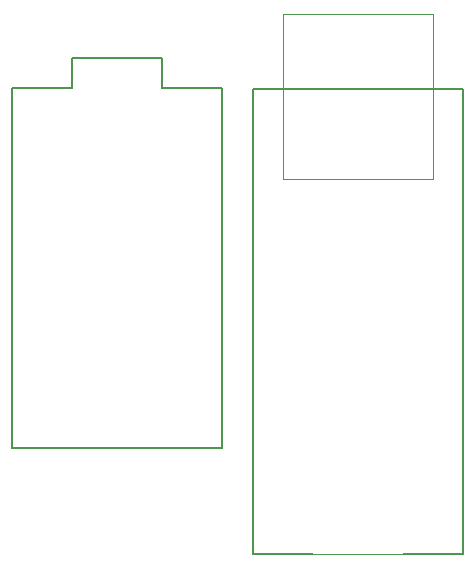
<source format=gbo>
G04 #@! TF.GenerationSoftware,KiCad,Pcbnew,(5.1.4-0-10_14)*
G04 #@! TF.CreationDate,2020-03-29T18:28:35+02:00*
G04 #@! TF.ProjectId,transcribe_circuit,7472616e-7363-4726-9962-655f63697263,rev?*
G04 #@! TF.SameCoordinates,Original*
G04 #@! TF.FileFunction,Legend,Bot*
G04 #@! TF.FilePolarity,Positive*
%FSLAX46Y46*%
G04 Gerber Fmt 4.6, Leading zero omitted, Abs format (unit mm)*
G04 Created by KiCad (PCBNEW (5.1.4-0-10_14)) date 2020-03-29 18:28:35*
%MOMM*%
%LPD*%
G04 APERTURE LIST*
%ADD10C,0.150000*%
%ADD11C,0.120000*%
G04 APERTURE END LIST*
D10*
X-208790000Y750260000D02*
X-208790000Y789630000D01*
X-203710000Y750260000D02*
X-208790000Y750260000D01*
X-191010000Y750260000D02*
X-196090000Y750260000D01*
X-191010000Y789630000D02*
X-191010000Y750260000D01*
X-208790000Y789630000D02*
X-191010000Y789630000D01*
D11*
X-203710000Y750260000D02*
X-196090000Y750260000D01*
X-206250000Y782010000D02*
X-193550000Y782010000D01*
X-193550000Y782010000D02*
X-193550000Y795980000D01*
X-193550000Y795980000D02*
X-206250000Y795980000D01*
X-206250000Y795980000D02*
X-206250000Y782010000D01*
D10*
X-211410000Y789640000D02*
X-211410000Y759160000D01*
X-216490000Y789640000D02*
X-211410000Y789640000D01*
X-216490000Y792180000D02*
X-216490000Y789640000D01*
X-224110000Y792180000D02*
X-216490000Y792180000D01*
X-224110000Y789640000D02*
X-224110000Y792180000D01*
X-229190000Y789640000D02*
X-224110000Y789640000D01*
X-229190000Y759160000D02*
X-229190000Y789640000D01*
X-211410000Y759160000D02*
X-229190000Y759160000D01*
M02*

</source>
